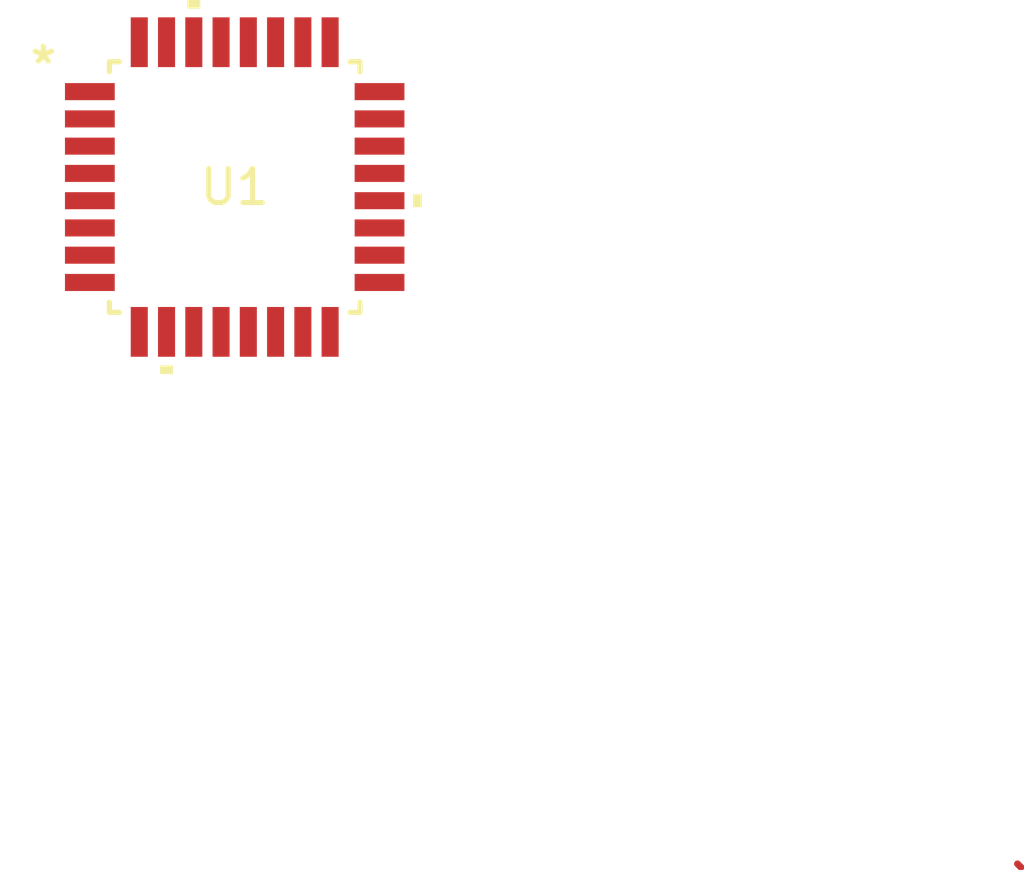
<source format=kicad_pcb>
(kicad_pcb (version 20240108) (generator "pcbnew") (generator_version "8.0")
  (layers (0 "F.Cu" signal) (31 "B.Cu" signal) (34 "B.Paste" user) (35 "F.Paste" user) (36 "B.SilkS" user "B.Silkscreen") (37 "F.SilkS" user "F.Silkscreen") (38 "B.Mask" user) (39 "F.Mask" user) (44 "Edge.Cuts" user))
  (net 0 "")
  (footprint "Clock:32A_MCH" (layer "F.Cu") (at 132.27 136.939999)
    (property "Reference" "U1" (at 0 0 0) (layer "F.SilkS"))
    (property "Value" "ATMEGA328PB-AU")
    (fp_line (start -3.677 -3.677) (end -3.677 -3.38314) (stroke (width 0.1524)) (layer "F.SilkS"))
    (fp_line (start -3.677 3.38314) (end -3.677 3.677) (stroke (width 0.1524)) (layer "F.SilkS"))
    (fp_line (start -3.677 3.677) (end -3.38314 3.677) (stroke (width 0.1524)) (layer "F.SilkS"))
    (fp_line (start -3.38314 -3.677) (end -3.677 -3.677) (stroke (width 0.1524)) (layer "F.SilkS"))
    (fp_line (start 3.38314 3.677) (end 3.677 3.677) (stroke (width 0.1524)) (layer "F.SilkS"))
    (fp_line (start 3.677 -3.677) (end 3.38314 -3.677) (stroke (width 0.1524)) (layer "F.SilkS"))
    (fp_line (start 3.677 -3.38314) (end 3.677 -3.677) (stroke (width 0.1524)) (layer "F.SilkS"))
    (fp_line (start 3.677 3.677) (end 3.677 3.38314) (stroke (width 0.1524)) (layer "F.SilkS"))
    (fp_poly (pts (xy -2.190501 5.2346) (xy -2.190501 5.4886) (xy -1.809501 5.4886) (xy -1.809501 5.2346)) (fill solid) (layer "F.SilkS"))
    (fp_poly (pts (xy -1.3905 -5.2346) (xy -1.3905 -5.4886) (xy -1.0095 -5.4886) (xy -1.0095 -5.2346)) (fill solid) (layer "F.SilkS"))
    (fp_poly (pts (xy 5.4886 0.209499) (xy 5.4886 0.590499) (xy 5.2346 0.590499) (xy 5.2346 0.209499)) (fill solid) (layer "F.SilkS"))
    (fp_text user "*" (at -5.615599 -3.581 0) (layer "F.SilkS"))
    (fp_text user "*" (at -5.615599 -3.581 0) (layer "F.SilkS"))
    (pad "1" smd rect (at -4.249999 -2.799999 90) (size 0.5008 1.4612) (layers "F.Cu" "F.Paste" "F.Mask"))
    (pad "2" smd rect (at -4.249999 -2.000001 90) (size 0.5008 1.4612) (layers "F.Cu" "F.Paste" "F.Mask"))
    (pad "3" smd rect (at -4.249999 -1.2 90) (size 0.5008 1.4612) (layers "F.Cu" "F.Paste" "F.Mask"))
    (pad "4" smd rect (at -4.249999 -0.399999 90) (size 0.5008 1.4612) (layers "F.Cu" "F.Paste" "F.Mask"))
    (pad "5" smd rect (at -4.249999 0.399999 90) (size 0.5008 1.4612) (layers "F.Cu" "F.Paste" "F.Mask"))
    (pad "6" smd rect (at -4.249999 1.2 90) (size 0.5008 1.4612) (layers "F.Cu" "F.Paste" "F.Mask"))
    (pad "7" smd rect (at -4.249999 1.999999 90) (size 0.5008 1.4612) (layers "F.Cu" "F.Paste" "F.Mask"))
    (pad "8" smd rect (at -4.249999 2.799999 90) (size 0.5008 1.4612) (layers "F.Cu" "F.Paste" "F.Mask"))
    (pad "9" smd rect (at -2.799999 4.249999) (size 0.5008 1.4612) (layers "F.Cu" "F.Paste" "F.Mask"))
    (pad "10" smd rect (at -2.000001 4.249999) (size 0.5008 1.4612) (layers "F.Cu" "F.Paste" "F.Mask"))
    (pad "11" smd rect (at -1.2 4.249999) (size 0.5008 1.4612) (layers "F.Cu" "F.Paste" "F.Mask"))
    (pad "12" smd rect (at -0.399999 4.249999) (size 0.5008 1.4612) (layers "F.Cu" "F.Paste" "F.Mask"))
    (pad "13" smd rect (at 0.399999 4.249999) (size 0.5008 1.4612) (layers "F.Cu" "F.Paste" "F.Mask"))
    (pad "14" smd rect (at 1.2 4.249999) (size 0.5008 1.4612) (layers "F.Cu" "F.Paste" "F.Mask"))
    (pad "15" smd rect (at 1.999999 4.249999) (size 0.5008 1.4612) (layers "F.Cu" "F.Paste" "F.Mask"))
    (pad "16" smd rect (at 2.799999 4.249999) (size 0.5008 1.4612) (layers "F.Cu" "F.Paste" "F.Mask"))
    (pad "17" smd rect (at 4.249999 2.799999 90) (size 0.5008 1.4612) (layers "F.Cu" "F.Paste" "F.Mask"))
    (pad "18" smd rect (at 4.249999 2.000001 90) (size 0.5008 1.4612) (layers "F.Cu" "F.Paste" "F.Mask"))
    (pad "19" smd rect (at 4.249999 1.2 90) (size 0.5008 1.4612) (layers "F.Cu" "F.Paste" "F.Mask"))
    (pad "20" smd rect (at 4.249999 0.399999 90) (size 0.5008 1.4612) (layers "F.Cu" "F.Paste" "F.Mask"))
    (pad "21" smd rect (at 4.249999 -0.399999 90) (size 0.5008 1.4612) (layers "F.Cu" "F.Paste" "F.Mask"))
    (pad "22" smd rect (at 4.249999 -1.2 90) (size 0.5008 1.4612) (layers "F.Cu" "F.Paste" "F.Mask"))
    (pad "23" smd rect (at 4.249999 -1.999999 90) (size 0.5008 1.4612) (layers "F.Cu" "F.Paste" "F.Mask"))
    (pad "24" smd rect (at 4.249999 -2.799999 90) (size 0.5008 1.4612) (layers "F.Cu" "F.Paste" "F.Mask"))
    (pad "25" smd rect (at 2.799999 -4.249999) (size 0.5008 1.4612) (layers "F.Cu" "F.Paste" "F.Mask"))
    (pad "26" smd rect (at 2.000001 -4.249999) (size 0.5008 1.4612) (layers "F.Cu" "F.Paste" "F.Mask"))
    (pad "27" smd rect (at 1.2 -4.249999) (size 0.5008 1.4612) (layers "F.Cu" "F.Paste" "F.Mask"))
    (pad "28" smd rect (at 0.399999 -4.249999) (size 0.5008 1.4612) (layers "F.Cu" "F.Paste" "F.Mask"))
    (pad "29" smd rect (at -0.399999 -4.249999) (size 0.5008 1.4612) (layers "F.Cu" "F.Paste" "F.Mask"))
    (pad "30" smd rect (at -1.2 -4.249999) (size 0.5008 1.4612) (layers "F.Cu" "F.Paste" "F.Mask"))
    (pad "31" smd rect (at -1.999999 -4.249999) (size 0.5008 1.4612) (layers "F.Cu" "F.Paste" "F.Mask"))
    (pad "32" smd rect (at -2.799999 -4.249999) (size 0.5008 1.4612) (layers "F.Cu" "F.Paste" "F.Mask"))
  )
  (segment (start 155.34 156.9) (end 155.24 156.8) (width 0.2) (layer "F.Cu") (net 0))
)
</source>
